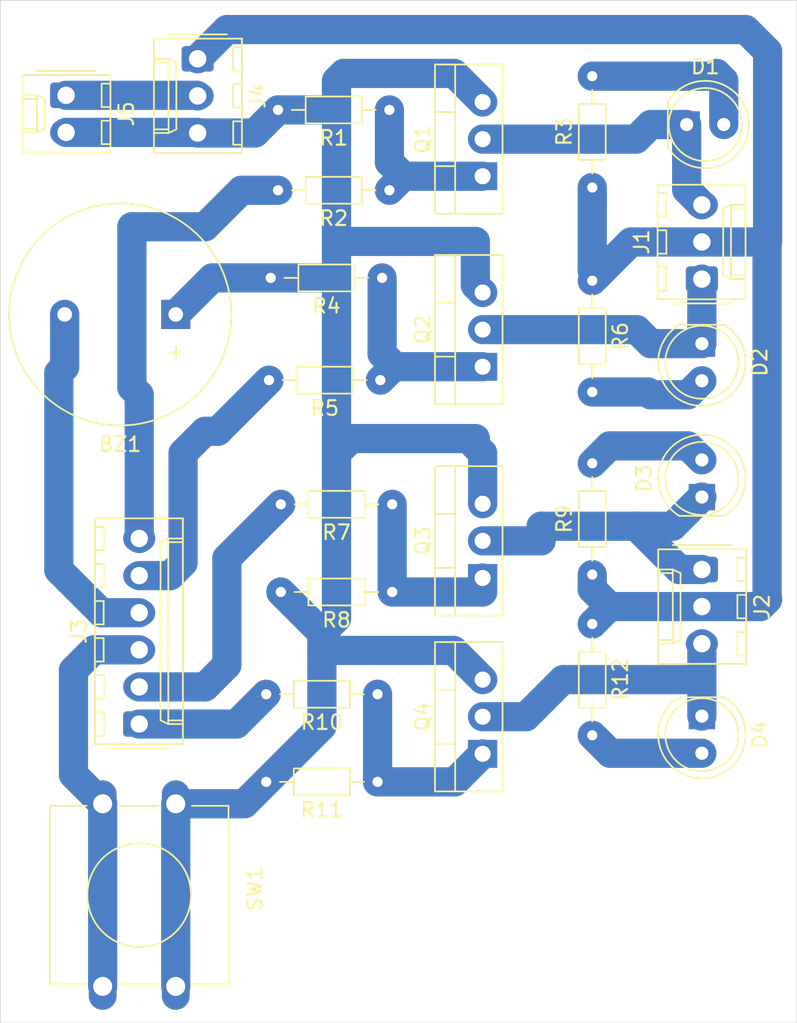
<source format=kicad_pcb>
(kicad_pcb (version 20241229) (generator "pcbnew") (generator_version "9.0")
  (layers (0 "F.Cu" signal) (2 "B.Cu" signal) (13 "F.Paste" user) (15 "B.Paste" user) (5 "F.SilkS" user "F.Silkscreen") (7 "B.SilkS" user "B.Silkscreen") (1 "F.Mask" user) (3 "B.Mask" user) (25 "Edge.Cuts" user))
  (net 0 "")
  (net 1 "/GND")
  (net 2 "Net-(BZ1--)")
  (net 3 "Net-(D1-K)")
  (net 4 "Net-(D1-A)")
  (net 5 "Net-(D2-K)")
  (net 6 "Net-(D2-A)")
  (net 7 "Net-(D3-A)")
  (net 8 "Net-(D3-K)")
  (net 9 "Net-(D4-K)")
  (net 10 "Net-(D4-A)")
  (net 11 "/+48V")
  (net 12 "Net-(J3-Pin_5)")
  (net 13 "Net-(J3-Pin_2)")
  (net 14 "Net-(J3-Pin_6)")
  (net 15 "/+3.3V")
  (net 16 "Net-(Q1-G)")
  (net 17 "Net-(Q2-G)")
  (net 18 "Net-(Q3-G)")
  (net 19 "Net-(Q4-G)")
  (net 20 "Net-(J3-Pin_1)")
  (net 21 "Net-(J3-Pin_3)")
  (footprint "LED_THT:LED_D5.0mm" (layer "F.Cu") (at 211 74.5 -90)
    (property "Reference" "D4" (at 1.27 -3.96 90) (layer "F.SilkS"))
    (property "Value" "LED")
    (fp_line (start -1.29 -1.545) (end -1.29 1.545) (stroke (width 0.12)) (layer "F.SilkS"))
    (fp_arc (start 4.26 0) (mid 2.071779 2.880495) (end -1.29 1.54483) (stroke (width 0.12)) (layer "F.SilkS"))
    (fp_arc (start -1.29 -1.54483) (mid 2.071779 -2.880495) (end 4.26 0) (stroke (width 0.12)) (layer "F.SilkS"))
    (fp_circle (center 1.27 0) (end 3.77 0) (stroke (width 0.12)) (fill no) (layer "F.SilkS"))
    (pad "1" thru_hole rect (at 0 0 270) (size 1.8 1.8) (drill 0.9) (layers "*.Cu" "*.Mask") (net 9 "Net-(D4-K)"))
    (pad "2" thru_hole circle (at 2.54 0 270) (size 1.8 1.8) (drill 0.9) (layers "*.Cu" "*.Mask") (net 10 "Net-(D4-A)"))
  )
  (footprint "Package_TO_SOT_THT:TO-220-3_Vertical" (layer "F.Cu") (at 196 65.04 90)
    (property "Reference" "Q3" (at 2.54 -4.1 90) (layer "F.SilkS"))
    (property "Value" "IRLZ34N")
    (fp_line (start 7.65 -3.26) (end 7.65 1.36) (stroke (width 0.12)) (layer "F.SilkS"))
    (fp_line (start 4.39 -3.26) (end 4.39 -1.88) (stroke (width 0.12)) (layer "F.SilkS"))
    (fp_line (start 0.69 -3.26) (end 0.69 -1.88) (stroke (width 0.12)) (layer "F.SilkS"))
    (fp_line (start -2.57 -3.26) (end 7.65 -3.26) (stroke (width 0.12)) (layer "F.SilkS"))
    (fp_line (start -2.57 -1.88) (end 7.65 -1.88) (stroke (width 0.12)) (layer "F.SilkS"))
    (fp_line (start 7.65 1.36) (end -2.57 1.36) (stroke (width 0.12)) (layer "F.SilkS"))
    (fp_line (start -2.57 1.36) (end -2.57 -3.26) (stroke (width 0.12)) (layer "F.SilkS"))
    (pad "1" thru_hole rect (at 0 0 90) (size 1.905 2) (drill 1.1) (layers "*.Cu" "*.Mask") (net 18 "Net-(Q3-G)"))
    (pad "2" thru_hole oval (at 2.54 0 90) (size 1.905 2) (drill 1.1) (layers "*.Cu" "*.Mask") (net 8 "Net-(D3-K)"))
    (pad "3" thru_hole oval (at 5.08 0 90) (size 1.905 2) (drill 1.1) (layers "*.Cu" "*.Mask") (net 1 "/GND"))
  )
  (footprint "Resistor_THT:R_Axial_DIN0204_L3.6mm_D1.6mm_P7.62mm_Horizontal" (layer "F.Cu") (at 188.81 79 180)
    (property "Reference" "R11" (at 3.81 -1.92 0) (layer "F.SilkS"))
    (property "Value" "10K")
    (fp_line (start 6.68 0) (end 5.73 0) (stroke (width 0.12)) (layer "F.SilkS"))
    (fp_line (start 0.94 0) (end 1.89 0) (stroke (width 0.12)) (layer "F.SilkS"))
    (fp_rect (start 1.89 -0.92) (end 5.73 0.92) (stroke (width 0.12)) (fill no) (layer "F.SilkS"))
    (pad "1" thru_hole circle (at 0 0 180) (size 1.4 1.4) (drill 0.7) (layers "*.Cu" "*.Mask") (net 19 "Net-(Q4-G)"))
    (pad "2" thru_hole circle (at 7.62 0 180) (size 1.4 1.4) (drill 0.7) (layers "*.Cu" "*.Mask") (net 1 "/GND"))
  )
  (footprint "Resistor_THT:R_Axial_DIN0204_L3.6mm_D1.6mm_P7.62mm_Horizontal" (layer "F.Cu") (at 189.62 33 180)
    (property "Reference" "R1" (at 3.81 -1.92 0) (layer "F.SilkS"))
    (property "Value" "10K")
    (fp_line (start 6.68 0) (end 5.73 0) (stroke (width 0.12)) (layer "F.SilkS"))
    (fp_line (start 0.94 0) (end 1.89 0) (stroke (width 0.12)) (layer "F.SilkS"))
    (fp_rect (start 1.89 -0.92) (end 5.73 0.92) (stroke (width 0.12)) (fill no) (layer "F.SilkS"))
    (pad "1" thru_hole circle (at 0 0 180) (size 1.4 1.4) (drill 0.7) (layers "*.Cu" "*.Mask") (net 16 "Net-(Q1-G)"))
    (pad "2" thru_hole circle (at 7.62 0 180) (size 1.4 1.4) (drill 0.7) (layers "*.Cu" "*.Mask") (net 1 "/GND"))
  )
  (footprint "LED_THT:LED_D5.0mm" (layer "F.Cu") (at 211 49 -90)
    (property "Reference" "D2" (at 1.27 -3.96 90) (layer "F.SilkS"))
    (property "Value" "LED")
    (fp_line (start -1.29 -1.545) (end -1.29 1.545) (stroke (width 0.12)) (layer "F.SilkS"))
    (fp_arc (start 4.26 0) (mid 2.071779 2.880495) (end -1.29 1.54483) (stroke (width 0.12)) (layer "F.SilkS"))
    (fp_arc (start -1.29 -1.54483) (mid 2.071779 -2.880495) (end 4.26 0) (stroke (width 0.12)) (layer "F.SilkS"))
    (fp_circle (center 1.27 0) (end 3.77 0) (stroke (width 0.12)) (fill no) (layer "F.SilkS"))
    (pad "1" thru_hole rect (at 0 0 270) (size 1.8 1.8) (drill 0.9) (layers "*.Cu" "*.Mask") (net 5 "Net-(D2-K)"))
    (pad "2" thru_hole circle (at 2.54 0 270) (size 1.8 1.8) (drill 0.9) (layers "*.Cu" "*.Mask") (net 6 "Net-(D2-A)"))
  )
  (footprint "Resistor_THT:R_Axial_DIN0204_L3.6mm_D1.6mm_P7.62mm_Horizontal" (layer "F.Cu") (at 188.81 73 180)
    (property "Reference" "R10" (at 3.81 -1.92 0) (layer "F.SilkS"))
    (property "Value" "100ohm")
    (fp_line (start 6.68 0) (end 5.73 0) (stroke (width 0.12)) (layer "F.SilkS"))
    (fp_line (start 0.94 0) (end 1.89 0) (stroke (width 0.12)) (layer "F.SilkS"))
    (fp_rect (start 1.89 -0.92) (end 5.73 0.92) (stroke (width 0.12)) (fill no) (layer "F.SilkS"))
    (pad "1" thru_hole circle (at 0 0 180) (size 1.4 1.4) (drill 0.7) (layers "*.Cu" "*.Mask") (net 19 "Net-(Q4-G)"))
    (pad "2" thru_hole circle (at 7.62 0 180) (size 1.4 1.4) (drill 0.7) (layers "*.Cu" "*.Mask") (net 20 "Net-(J3-Pin_1)"))
  )
  (footprint "Resistor_THT:R_Axial_DIN0204_L3.6mm_D1.6mm_P7.62mm_Horizontal" (layer "F.Cu") (at 203.5 44.69 -90)
    (property "Reference" "R6" (at 3.81 -1.92 90) (layer "F.SilkS"))
    (property "Value" "10K")
    (fp_line (start 0.94 0) (end 1.89 0) (stroke (width 0.12)) (layer "F.SilkS"))
    (fp_line (start 6.68 0) (end 5.73 0) (stroke (width 0.12)) (layer "F.SilkS"))
    (fp_rect (start 1.89 -0.92) (end 5.73 0.92) (stroke (width 0.12)) (fill no) (layer "F.SilkS"))
    (pad "1" thru_hole circle (at 0 0 270) (size 1.4 1.4) (drill 0.7) (layers "*.Cu" "*.Mask") (net 11 "/+48V"))
    (pad "2" thru_hole circle (at 7.62 0 270) (size 1.4 1.4) (drill 0.7) (layers "*.Cu" "*.Mask") (net 6 "Net-(D2-A)"))
  )
  (footprint "LED_THT:LED_D5.0mm" (layer "F.Cu") (at 211 59.5 90)
    (property "Reference" "D3" (at 1.27 -3.96 90) (layer "F.SilkS"))
    (property "Value" "LED")
    (fp_line (start -1.29 -1.545) (end -1.29 1.545) (stroke (width 0.12)) (layer "F.SilkS"))
    (fp_arc (start -1.29 -1.54483) (mid 2.071779 -2.880495) (end 4.26 0) (stroke (width 0.12)) (layer "F.SilkS"))
    (fp_arc (start 4.26 0) (mid 2.071779 2.880495) (end -1.29 1.54483) (stroke (width 0.12)) (layer "F.SilkS"))
    (fp_circle (center 1.27 0) (end 3.77 0) (stroke (width 0.12)) (fill no) (layer "F.SilkS"))
    (pad "1" thru_hole rect (at 0 0 90) (size 1.8 1.8) (drill 0.9) (layers "*.Cu" "*.Mask") (net 8 "Net-(D3-K)"))
    (pad "2" thru_hole circle (at 2.54 0 90) (size 1.8 1.8) (drill 0.9) (layers "*.Cu" "*.Mask") (net 7 "Net-(D3-A)"))
  )
  (footprint "Resistor_THT:R_Axial_DIN0204_L3.6mm_D1.6mm_P7.62mm_Horizontal" (layer "F.Cu") (at 203.5 38.31 90)
    (property "Reference" "R3" (at 3.81 -1.92 90) (layer "F.SilkS"))
    (property "Value" "10K")
    (fp_line (start 6.68 0) (end 5.73 0) (stroke (width 0.12)) (layer "F.SilkS"))
    (fp_line (start 0.94 0) (end 1.89 0) (stroke (width 0.12)) (layer "F.SilkS"))
    (fp_rect (start 1.89 -0.92) (end 5.73 0.92) (stroke (width 0.12)) (fill no) (layer "F.SilkS"))
    (pad "1" thru_hole circle (at 0 0 90) (size 1.4 1.4) (drill 0.7) (layers "*.Cu" "*.Mask") (net 11 "/+48V"))
    (pad "2" thru_hole circle (at 7.62 0 90) (size 1.4 1.4) (drill 0.7) (layers "*.Cu" "*.Mask") (net 4 "Net-(D1-A)"))
  )
  (footprint "Connector_Molex:Molex_KK-254_AE-6410-06A_1x06_P2.54mm_Vertical" (layer "F.Cu") (at 172.5 75.04 90)
    (property "Reference" "J3" (at 6.35 -4.12 90) (layer "F.SilkS"))
    (property "Value" "Conn_01x06")
    (fp_line (start 14.08 -3.03) (end -1.38 -3.03) (stroke (width 0.12)) (layer "F.SilkS"))
    (fp_line (start 11.9 -3.03) (end 11.9 -2.43) (stroke (width 0.12)) (layer "F.SilkS"))
    (fp_line (start 9.36 -3.03) (end 9.36 -2.43) (stroke (width 0.12)) (layer "F.SilkS"))
    (fp_line (start 6.82 -3.03) (end 6.82 -2.43) (stroke (width 0.12)) (layer "F.SilkS"))
    (fp_line (start 4.28 -3.03) (end 4.28 -2.43) (stroke (width 0.12)) (layer "F.SilkS"))
    (fp_line (start 1.74 -3.03) (end 1.74 -2.43) (stroke (width 0.12)) (layer "F.SilkS"))
    (fp_line (start -0.8 -3.03) (end -0.8 -2.43) (stroke (width 0.12)) (layer "F.SilkS"))
    (fp_line (start -1.38 -3.03) (end -1.38 2.99) (stroke (width 0.12)) (layer "F.SilkS"))
    (fp_line (start 13.5 -2.43) (end 13.5 -3.03) (stroke (width 0.12)) (layer "F.SilkS"))
    (fp_line (start 11.9 -2.43) (end 13.5 -2.43) (stroke (width 0.12)) (layer "F.SilkS"))
    (fp_line (start 10.96 -2.43) (end 10.96 -3.03) (stroke (width 0.12)) (layer "F.SilkS"))
    (fp_line (start 9.36 -2.43) (end 10.96 -2.43) (stroke (width 0.12)) (layer "F.SilkS"))
    (fp_line (start 8.42 -2.43) (end 8.42 -3.03) (stroke (width 0.12)) (layer "F.SilkS"))
    (fp_line (start 6.82 -2.43) (end 8.42 -2.43) (stroke (width 0.12)) (layer "F.SilkS"))
    (fp_line (start 5.88 -2.43) (end 5.88 -3.03) (stroke (width 0.12)) (layer "F.SilkS"))
    (fp_line (start 4.28 -2.43) (end 5.88 -2.43) (stroke (width 0.12)) (layer "F.SilkS"))
    (fp_line (start 3.34 -2.43) (end 3.34 -3.03) (stroke (width 0.12)) (layer "F.SilkS"))
    (fp_line (start 1.74 -2.43) (end 3.34 -2.43) (stroke (width 0.12)) (layer "F.SilkS"))
    (fp_line (start 0.8 -2.43) (end 0.8 -3.03) (stroke (width 0.12)) (layer "F.SilkS"))
    (fp_line (start -0.8 -2.43) (end 0.8 -2.43) (stroke (width 0.12)) (layer "F.SilkS"))
    (fp_line (start -1.67 -2) (end -1.67 2) (stroke (width 0.12)) (layer "F.SilkS"))
    (fp_line (start 12.45 1.46) (end 12.7 1.99) (stroke (width 0.12)) (layer "F.SilkS"))
    (fp_line (start 0.25 1.46) (end 12.45 1.46) (stroke (width 0.12)) (layer "F.SilkS"))
    (fp_line (start 12.7 1.99) (end 12.7 2.99) (stroke (width 0.12)) (layer "F.SilkS"))
    (fp_line (start 0 1.99) (end 0.25 1.46) (stroke (width 0.12)) (layer "F.SilkS"))
    (fp_line (start 0 1.99) (end 12.7 1.99) (stroke (width 0.12)) (layer "F.SilkS"))
    (fp_line (start 14.08 2.99) (end 14.08 -3.03) (stroke (width 0.12)) (layer "F.SilkS"))
    (fp_line (start 12.45 2.99) (end 12.45 1.99) (stroke (width 0.12)) (layer "F.SilkS"))
    (fp_line (start 0.25 2.99) (end 0.25 1.99) (stroke (width 0.12)) (layer "F.SilkS"))
    (fp_line (start 0 2.99) (end 0 1.99) (stroke (width 0.12)) (layer "F.SilkS"))
    (fp_line (start -1.38 2.99) (end 14.08 2.99) (stroke (width 0.12)) (layer "F.SilkS"))
    (pad "1" thru_hole roundrect (at 0 0 90) (size 1.74 2.19) (drill 1.19) (layers "*.Cu" "*.Mask") (roundrect_rratio 0.143678) (net 20 "Net-(J3-Pin_1)"))
    (pad "2" thru_hole oval (at 2.54 0 90) (size 1.74 2.19) (drill 1.19) (layers "*.Cu" "*.Mask") (net 13 "Net-(J3-Pin_2)"))
    (pad "3" thru_hole oval (at 5.08 0 90) (size 1.74 2.19) (drill 1.19) (layers "*.Cu" "*.Mask") (net 21 "Net-(J3-Pin_3)"))
    (pad "4" thru_hole oval (at 7.62 0 90) (size 1.74 2.19) (drill 1.19) (layers "*.Cu" "*.Mask") (net 2 "Net-(BZ1--)"))
    (pad "5" thru_hole oval (at 10.16 0 90) (size 1.74 2.19) (drill 1.19) (layers "*.Cu" "*.Mask") (net 12 "Net-(J3-Pin_5)"))
    (pad "6" thru_hole oval (at 12.7 0 90) (size 1.74 2.19) (drill 1.19) (layers "*.Cu" "*.Mask") (net 14 "Net-(J3-Pin_6)"))
  )
  (footprint "Button_Switch_THT:SW_PUSH-12mm" (layer "F.Cu") (at 175 80.5 -90)
    (property "Reference" "SW1" (at 5.83 -5.41 90) (layer "F.SilkS"))
    (property "Value" "SW_Push" (hide yes))
    (fp_line (start 12.36 8.61) (end 0.14 8.61) (stroke (width 0.12)) (layer "F.SilkS"))
    (fp_line (start 0.14 6.1) (end 0.14 8.61) (stroke (width 0.12)) (layer "F.SilkS"))
    (fp_line (start 12.36 6.1) (end 12.36 8.61) (stroke (width 0.12)) (layer "F.SilkS"))
    (fp_line (start 0.14 1.2) (end 0.14 3.8) (stroke (width 0.12)) (layer "F.SilkS"))
    (fp_line (start 12.36 1.2) (end 12.36 3.8) (stroke (width 0.12)) (layer "F.SilkS"))
    (fp_line (start 0.14 -3.61) (end 0.14 -1.1) (stroke (width 0.12)) (layer "F.SilkS"))
    (fp_line (start 0.14 -3.61) (end 12.36 -3.61) (stroke (width 0.12)) (layer "F.SilkS"))
    (fp_line (start 12.36 -3.61) (end 12.36 -1.1) (stroke (width 0.12)) (layer "F.SilkS"))
    (fp_circle (center 6.25 2.5) (end 9.8 2.5) (stroke (width 0.12)) (fill no) (layer "F.SilkS"))
    (pad "1" thru_hole oval (at 0 0 270) (size 3.2 1.9) (drill 1.3) (layers "*.Cu" "*.Mask") (net 1 "/GND"))
    (pad "1" thru_hole oval (at 12.5 0 270) (size 3.2 1.9) (drill 1.3) (layers "*.Cu" "*.Mask") (net 1 "/GND"))
    (pad "2" thru_hole oval (at 0 5 270) (size 3.2 1.9) (drill 1.3) (layers "*.Cu" "*.Mask") (net 21 "Net-(J3-Pin_3)"))
    (pad "2" thru_hole oval (at 12.5 5 270) (size 3.2 1.9) (drill 1.3) (layers "*.Cu" "*.Mask") (net 21 "Net-(J3-Pin_3)"))
  )
  (footprint "Buzzer_Beeper:Buzzer_15x7.5RM7.6" (layer "F.Cu") (at 175 47 180)
    (property "Reference" "BZ1" (at 3.81 -8.89 0) (layer "F.SilkS"))
    (property "Value" "Buzzer")
    (fp_circle (center 3.8 0) (end 11.4 0) (stroke (width 0.12)) (fill no) (layer "F.SilkS"))
    (fp_text user "+" (at -0.01 -2.54 0) (layer "F.SilkS"))
    (pad "1" thru_hole rect (at 0 0 180) (size 2 2) (drill 1) (layers "*.Cu" "*.Mask") (net 1 "/GND"))
    (pad "2" thru_hole circle (at 7.6 0 180) (size 2 2) (drill 1) (layers "*.Cu" "*.Mask") (net 2 "Net-(BZ1--)"))
  )
  (footprint "Package_TO_SOT_THT:TO-220-3_Vertical" (layer "F.Cu") (at 196 77.08 90)
    (property "Reference" "Q4" (at 2.54 -4.1 90) (layer "F.SilkS"))
    (property "Value" "IRLZ34N")
    (fp_line (start 7.65 -3.26) (end 7.65 1.36) (stroke (width 0.12)) (layer "F.SilkS"))
    (fp_line (start 4.39 -3.26) (end 4.39 -1.88) (stroke (width 0.12)) (layer "F.SilkS"))
    (fp_line (start 0.69 -3.26) (end 0.69 -1.88) (stroke (width 0.12)) (layer "F.SilkS"))
    (fp_line (start -2.57 -3.26) (end 7.65 -3.26) (stroke (width 0.12)) (layer "F.SilkS"))
    (fp_line (start -2.57 -1.88) (end 7.65 -1.88) (stroke (width 0.12)) (layer "F.SilkS"))
    (fp_line (start 7.65 1.36) (end -2.57 1.36) (stroke (width 0.12)) (layer "F.SilkS"))
    (fp_line (start -2.57 1.36) (end -2.57 -3.26) (stroke (width 0.12)) (layer "F.SilkS"))
    (pad "1" thru_hole rect (at 0 0 90) (size 1.905 2) (drill 1.1) (layers "*.Cu" "*.Mask") (net 19 "Net-(Q4-G)"))
    (pad "2" thru_hole oval (at 2.54 0 90) (size 1.905 2) (drill 1.1) (layers "*.Cu" "*.Mask") (net 9 "Net-(D4-K)"))
    (pad "3" thru_hole oval (at 5.08 0 90) (size 1.905 2) (drill 1.1) (layers "*.Cu" "*.Mask") (net 1 "/GND"))
  )
  (footprint "Connector_Molex:Molex_KK-254_AE-6410-03A_1x03_P2.54mm_Vertical" (layer "F.Cu") (at 176.5 29.5 -90)
    (property "Reference" "J4" (at 2.54 -4.12 90) (layer "F.SilkS"))
    (property "Value" "Conn_01x03")
    (fp_line (start -1.38 2.99) (end 6.46 2.99) (stroke (width 0.12)) (layer "F.SilkS"))
    (fp_line (start 0 2.99) (end 0 1.99) (stroke (width 0.12)) (layer "F.SilkS"))
    (fp_line (start 0.25 2.99) (end 0.25 1.99) (stroke (width 0.12)) (layer "F.SilkS"))
    (fp_line (start 4.83 2.99) (end 4.83 1.99) (stroke (width 0.12)) (layer "F.SilkS"))
    (fp_line (start 6.46 2.99) (end 6.46 -3.03) (stroke (width 0.12)) (layer "F.SilkS"))
    (fp_line (start 0 1.99) (end 5.08 1.99) (stroke (width 0.12)) (layer "F.SilkS"))
    (fp_line (start 0 1.99) (end 0.25 1.46) (stroke (width 0.12)) (layer "F.SilkS"))
    (fp_line (start 5.08 1.99) (end 5.08 2.99) (stroke (width 0.12)) (layer "F.SilkS"))
    (fp_line (start 0.25 1.46) (end 4.83 1.46) (stroke (width 0.12)) (layer "F.SilkS"))
    (fp_line (start 4.83 1.46) (end 5.08 1.99) (stroke (width 0.12)) (layer "F.SilkS"))
    (fp_line (start -1.67 -2) (end -1.67 2) (stroke (width 0.12)) (layer "F.SilkS"))
    (fp_line (start -0.8 -2.43) (end 0.8 -2.43) (stroke (width 0.12)) (layer "F.SilkS"))
    (fp_line (start 0.8 -2.43) (end 0.8 -3.03) (stroke (width 0.12)) (layer "F.SilkS"))
    (fp_line (start 1.74 -2.43) (end 3.34 -2.43) (stroke (width 0.12)) (layer "F.SilkS"))
    (fp_line (start 3.34 -2.43) (end 3.34 -3.03) (stroke (width 0.12)) (layer "F.SilkS"))
    (fp_line (start 4.28 -2.43) (end 5.88 -2.43) (stroke (width 0.12)) (layer "F.SilkS"))
    (fp_line (start 5.88 -2.43) (end 5.88 -3.03) (stroke (width 0.12)) (layer "F.SilkS"))
    (fp_line (start -1.38 -3.03) (end -1.38 2.99) (stroke (width 0.12)) (layer "F.SilkS"))
    (fp_line (start -0.8 -3.03) (end -0.8 -2.43) (stroke (width 0.12)) (layer "F.SilkS"))
    (fp_line (start 1.74 -3.03) (end 1.74 -2.43) (stroke (width 0.12)) (layer "F.SilkS"))
    (fp_line (start 4.28 -3.03) (end 4.28 -2.43) (stroke (width 0.12)) (layer "F.SilkS"))
    (fp_line (start 6.46 -3.03) (end -1.38 -3.03) (stroke (width 0.12)) (layer "F.SilkS"))
    (pad "1" thru_hole roundrect (at 0 0 270) (size 1.74 2.19) (drill 1.19) (layers "*.Cu" "*.Mask") (roundrect_rratio 0.143678) (net 11 "/+48V"))
    (pad "2" thru_hole oval (at 2.54 0 270) (size 1.74 2.19) (drill 1.19) (layers "*.Cu" "*.Mask") (net 15 "/+3.3V"))
    (pad "3" thru_hole oval (at 5.08 0 270) (size 1.74 2.19) (drill 1.19) (layers "*.Cu" "*.Mask") (net 1 "/GND"))
  )
  (footprint "Resistor_THT:R_Axial_DIN0204_L3.6mm_D1.6mm_P7.62mm_Horizontal" (layer "F.Cu") (at 189.62 38.5 180)
    (property "Reference" "R2" (at 3.81 -1.92 0) (layer "F.SilkS"))
    (property "Value" "100ohm")
    (fp_line (start 6.68 0) (end 5.73 0) (stroke (width 0.12)) (layer "F.SilkS"))
    (fp_line (start 0.94 0) (end 1.89 0) (stroke (width 0.12)) (layer "F.SilkS"))
    (fp_rect (start 1.89 -0.92) (end 5.73 0.92) (stroke (width 0.12)) (fill no) (layer "F.SilkS"))
    (pad "1" thru_hole circle (at 0 0 180) (size 1.4 1.4) (drill 0.7) (layers "*.Cu" "*.Mask") (net 16 "Net-(Q1-G)"))
    (pad "2" thru_hole circle (at 7.62 0 180) (size 1.4 1.4) (drill 0.7) (layers "*.Cu" "*.Mask") (net 14 "Net-(J3-Pin_6)"))
  )
  (footprint "Package_TO_SOT_THT:TO-220-3_Vertical" (layer "F.Cu") (at 196 50.58 90)
    (property "Reference" "Q2" (at 2.54 -4.1 90) (layer "F.SilkS"))
    (property "Value" "IRLZ34N")
    (fp_line (start 7.65 -3.26) (end 7.65 1.36) (stroke (width 0.12)) (layer "F.SilkS"))
    (fp_line (start 4.39 -3.26) (end 4.39 -1.88) (stroke (width 0.12)) (layer "F.SilkS"))
    (fp_line (start 0.69 -3.26) (end 0.69 -1.88) (stroke (width 0.12)) (layer "F.SilkS"))
    (fp_line (start -2.57 -3.26) (end 7.65 -3.26) (stroke (width 0.12)) (layer "F.SilkS"))
    (fp_line (start -2.57 -1.88) (end 7.65 -1.88) (stroke (width 0.12)) (layer "F.SilkS"))
    (fp_line (start 7.65 1.36) (end -2.57 1.36) (stroke (width 0.12)) (layer "F.SilkS"))
    (fp_line (start -2.57 1.36) (end -2.57 -3.26) (stroke (width 0.12)) (layer "F.SilkS"))
    (pad "1" thru_hole rect (at 0 0 90) (size 1.905 2) (drill 1.1) (layers "*.Cu" "*.Mask") (net 17 "Net-(Q2-G)"))
    (pad "2" thru_hole oval (at 2.54 0 90) (size 1.905 2) (drill 1.1) (layers "*.Cu" "*.Mask") (net 5 "Net-(D2-K)"))
    (pad "3" thru_hole oval (at 5.08 0 90) (size 1.905 2) (drill 1.1) (layers "*.Cu" "*.Mask") (net 1 "/GND"))
  )
  (footprint "Connector_Molex:Molex_KK-254_AE-6410-03A_1x03_P2.54mm_Vertical" (layer "F.Cu") (at 211 64.46 -90)
    (property "Reference" "J2" (at 2.54 -4.12 90) (layer "F.SilkS"))
    (property "Value" "Conn_01x03")
    (fp_line (start -1.38 2.99) (end 6.46 2.99) (stroke (width 0.12)) (layer "F.SilkS"))
    (fp_line (start 0 2.99) (end 0 1.99) (stroke (width 0.12)) (layer "F.SilkS"))
    (fp_line (start 0.25 2.99) (end 0.25 1.99) (stroke (width 0.12)) (layer "F.SilkS"))
    (fp_line (start 4.83 2.99) (end 4.83 1.99) (stroke (width 0.12)) (layer "F.SilkS"))
    (fp_line (start 6.46 2.99) (end 6.46 -3.03) (stroke (width 0.12)) (layer "F.SilkS"))
    (fp_line (start 0 1.99) (end 5.08 1.99) (stroke (width 0.12)) (layer "F.SilkS"))
    (fp_line (start 0 1.99) (end 0.25 1.46) (stroke (width 0.12)) (layer "F.SilkS"))
    (fp_line (start 5.08 1.99) (end 5.08 2.99) (stroke (width 0.12)) (layer "F.SilkS"))
    (fp_line (start 0.25 1.46) (end 4.83 1.46) (stroke (width 0.12)) (layer "F.SilkS"))
    (fp_line (start 4.83 1.46) (end 5.08 1.99) (stroke (width 0.12)) (layer "F.SilkS"))
    (fp_line (start -1.67 -2) (end -1.67 2) (stroke (width 0.12)) (layer "F.SilkS"))
    (fp_line (start -0.8 -2.43) (end 0.8 -2.43) (stroke (width 0.12)) (layer "F.SilkS"))
    (fp_line (start 0.8 -2.43) (end 0.8 -3.03) (stroke (width 0.12)) (layer "F.SilkS"))
    (fp_line (start 1.74 -2.43) (end 3.34 -2.43) (stroke (width 0.12)) (layer "F.SilkS"))
    (fp_line (start 3.34 -2.43) (end 3.34 -3.03) (stroke (width 0.12)) (layer "F.SilkS"))
    (fp_line (start 4.28 -2.43) (end 5.88 -2.43) (stroke (width 0.12)) (layer "F.SilkS"))
    (fp_line (start 5.88 -2.43) (end 5.88 -3.03) (stroke (width 0.12)) (layer "F.SilkS"))
    (fp_line (start -1.38 -3.03) (end -1.38 2.99) (stroke (width 0.12)) (layer "F.SilkS"))
    (fp_line (start -0.8 -3.03) (end -0.8 -2.43) (stroke (width 0.12)) (layer "F.SilkS"))
    (fp_line (start 1.74 -3.03) (end 1.74 -2.43) (stroke (width 0.12)) (layer "F.SilkS"))
    (fp_line (start 4.28 -3.03) (end 4.28 -2.43) (stroke (width 0.12)) (layer "F.SilkS"))
    (fp_line (start 6.46 -3.03) (end -1.38 -3.03) (stroke (width 0.12)) (layer "F.SilkS"))
    (pad "1" thru_hole roundrect (at 0 0 270) (size 1.74 2.19) (drill 1.19) (layers "*.Cu" "*.Mask") (roundrect_rratio 0.143678) (net 8 "Net-(D3-K)"))
    (pad "2" thru_hole oval (at 2.54 0 270) (size 1.74 2.19) (drill 1.19) (layers "*.Cu" "*.Mask") (net 11 "/+48V"))
    (pad "3" thru_hole oval (at 5.08 0 270) (size 1.74 2.19) (drill 1.19) (layers "*.Cu" "*.Mask") (net 9 "Net-(D4-K)"))
  )
  (footprint "Connector_Molex:Molex_KK-254_AE-6410-03A_1x03_P2.54mm_Vertical" (layer "F.Cu") (at 211 44.58 90)
    (property "Reference" "J1" (at 2.54 -4.12 90) (layer "F.SilkS"))
    (property "Value" "Conn_01x03")
    (fp_line (start 6.46 -3.03) (end -1.38 -3.03) (stroke (width 0.12)) (layer "F.SilkS"))
    (fp_line (start 4.28 -3.03) (end 4.28 -2.43) (stroke (width 0.12)) (layer "F.SilkS"))
    (fp_line (start 1.74 -3.03) (end 1.74 -2.43) (stroke (width 0.12)) (layer "F.SilkS"))
    (fp_line (start -0.8 -3.03) (end -0.8 -2.43) (stroke (width 0.12)) (layer "F.SilkS"))
    (fp_line (start -1.38 -3.03) (end -1.38 2.99) (stroke (width 0.12)) (layer "F.SilkS"))
    (fp_line (start 5.88 -2.43) (end 5.88 -3.03) (stroke (width 0.12)) (layer "F.SilkS"))
    (fp_line (start 4.28 -2.43) (end 5.88 -2.43) (stroke (width 0.12)) (layer "F.SilkS"))
    (fp_line (start 3.34 -2.43) (end 3.34 -3.03) (stroke (width 0.12)) (layer "F.SilkS"))
    (fp_line (start 1.74 -2.43) (end 3.34 -2.43) (stroke (width 0.12)) (layer "F.SilkS"))
    (fp_line (start 0.8 -2.43) (end 0.8 -3.03) (stroke (width 0.12)) (layer "F.SilkS"))
    (fp_line (start -0.8 -2.43) (end 0.8 -2.43) (stroke (width 0.12)) (layer "F.SilkS"))
    (fp_line (start -1.67 -2) (end -1.67 2) (stroke (width 0.12)) (layer "F.SilkS"))
    (fp_line (start 4.83 1.46) (end 5.08 1.99) (stroke (width 0.12)) (layer "F.SilkS"))
    (fp_line (start 0.25 1.46) (end 4.83 1.46) (stroke (width 0.12)) (layer "F.SilkS"))
    (fp_line (start 5.08 1.99) (end 5.08 2.99) (stroke (width 0.12)) (layer "F.SilkS"))
    (fp_line (start 0 1.99) (end 0.25 1.46) (stroke (width 0.12)) (layer "F.SilkS"))
    (fp_line (start 0 1.99) (end 5.08 1.99) (stroke (width 0.12)) (layer "F.SilkS"))
    (fp_line (start 6.46 2.99) (end 6.46 -3.03) (stroke (width 0.12)) (layer "F.SilkS"))
    (fp_line (start 4.83 2.99) (end 4.83 1.99) (stroke (width 0.12)) (layer "F.SilkS"))
    (fp_line (start 0.25 2.99) (end 0.25 1.99) (stroke (width 0.12)) (layer "F.SilkS"))
    (fp_line (start 0 2.99) (end 0 1.99) (stroke (width 0.12)) (layer "F.SilkS"))
    (fp_line (start -1.38 2.99) (end 6.46 2.99) (stroke (width 0.12)) (layer "F.SilkS"))
    (pad "1" thru_hole roundrect (at 0 0 90) (size 1.74 2.19) (drill 1.19) (layers "*.Cu" "*.Mask") (roundrect_rratio 0.143678) (net 5 "Net-(D2-K)"))
    (pad "2" thru_hole oval (at 2.54 0 90) (size 1.74 2.19) (drill 1.19) (layers "*.Cu" "*.Mask") (net 11 "/+48V"))
    (pad "3" thru_hole oval (at 5.08 0 90) (size 1.74 2.19) (drill 1.19) (layers "*.Cu" "*.Mask") (net 3 "Net-(D1-K)"))
  )
  (footprint "Resistor_THT:R_Axial_DIN0204_L3.6mm_D1.6mm_P7.62mm_Horizontal" (layer "F.Cu") (at 203.5 64.81 90)
    (property "Reference" "R9" (at 3.81 -1.92 90) (layer "F.SilkS"))
    (property "Value" "10K")
    (fp_line (start 6.68 0) (end 5.73 0) (stroke (width 0.12)) (layer "F.SilkS"))
    (fp_line (start 0.94 0) (end 1.89 0) (stroke (width 0.12)) (layer "F.SilkS"))
    (fp_rect (start 1.89 -0.92) (end 5.73 0.92) (stroke (width 0.12)) (fill no) (layer "F.SilkS"))
    (pad "1" thru_hole circle (at 0 0 90) (size 1.4 1.4) (drill 0.7) (layers "*.Cu" "*.Mask") (net 11 "/+48V"))
    (pad "2" thru_hole circle (at 7.62 0 90) (size 1.4 1.4) (drill 0.7) (layers "*.Cu" "*.Mask") (net 7 "Net-(D3-A)"))
  )
  (footprint "Connector_Molex:Molex_KK-254_AE-6410-02A_1x02_P2.54mm_Vertical" (layer "F.Cu") (at 167.5 32 -90)
    (property "Reference" "J5" (at 1.27 -4.12 90) (layer "F.SilkS"))
    (property "Value" "Conn_01x02" (hide yes))
    (fp_line (start -1.38 2.99) (end 3.92 2.99) (stroke (width 0.12)) (layer "F.SilkS"))
    (fp_line (start 0 2.99) (end 0 1.99) (stroke (width 0.12)) (layer "F.SilkS"))
    (fp_line (start 0.25 2.99) (end 0.25 1.99) (stroke (width 0.12)) (layer "F.SilkS"))
    (fp_line (start 2.29 2.99) (end 2.29 1.99) (stroke (width 0.12)) (layer "F.SilkS"))
    (fp_line (start 3.92 2.99) (end 3.92 -3.03) (stroke (width 0.12)) (layer "F.SilkS"))
    (fp_line (start 0 1.99) (end 2.54 1.99) (stroke (width 0.12)) (layer "F.SilkS"))
    (fp_line (start 0 1.99) (end 0.25 1.46) (stroke (width 0.12)) (layer "F.SilkS"))
    (fp_line (start 2.54 1.99) (end 2.54 2.99) (stroke (width 0.12)) (layer "F.SilkS"))
    (fp_line (start 0.25 1.46) (end 2.29 1.46) (stroke (width 0.12)) (layer "F.SilkS"))
    (fp_line (start 2.29 1.46) (end 2.54 1.99) (stroke (width 0.12)) (layer "F.SilkS"))
    (fp_line (start -1.67 -2) (end -1.67 2) (stroke (width 0.12)) (layer "F.SilkS"))
    (fp_line (start -0.8 -2.43) (end 0.8 -2.43) (stroke (width 0.12)) (layer "F.SilkS"))
    (fp_line (start 0.8 -2.43) (end 0.8 -3.03) (stroke (width 0.12)) (layer "F.SilkS"))
    (fp_line (start 1.74 -2.43) (end 3.34 -2.43) (stroke (width 0.12)) (layer "F.SilkS"))
    (fp_line (start 3.34 -2.43) (end 3.34 -3.03) (stroke (width 0.12)) (layer "F.SilkS"))
    (fp_line (start -1.38 -3.03) (end -1.38 2.99) (stroke (width 0.12)) (layer "F.SilkS"))
    (fp_line (start -0.8 -3.03) (end -0.8 -2.43) (stroke (width 0.12)) (layer "F.SilkS"))
    (fp_line (start 1.74 -3.03) (end 1.74 -2.43) (stroke (width 0.12)) (layer "F.SilkS"))
    (fp_line (start 3.92 -3.03) (end -1.38 -3.03) (stroke (width 0.12)) (layer "F.SilkS"))
    (pad "1" thru_hole roundrect (at 0 0 270) (size 1.74 2.19) (drill 1.19) (layers "*.Cu" "*.Mask") (roundrect_rratio 0.143678) (net 15 "/+3.3V"))
    (pad "2" thru_hole oval (at 2.54 0 270) (size 1.74 2.19) (drill 1.19) (layers "*.Cu" "*.Mask") (net 1 "/GND"))
  )
  (footprint "Resistor_THT:R_Axial_DIN0204_L3.6mm_D1.6mm_P7.62mm_Horizontal" (layer "F.Cu") (at 189.12 44.5 180)
    (property "Reference" "R4" (at 3.81 -1.92 0) (layer "F.SilkS"))
    (property "Value" "10K")
    (fp_line (start 6.68 0) (end 5.73 0) (stroke (width 0.12)) (layer "F.SilkS"))
    (fp_line (start 0.94 0) (end 1.89 0) (stroke (width 0.12)) (layer "F.SilkS"))
    (fp_rect (start 1.89 -0.92) (end 5.73 0.92) (stroke (width 0.12)) (fill no) (layer "F.SilkS"))
    (pad "1" thru_hole circle (at 0 0 180) (size 1.4 1.4) (drill 0.7) (layers "*.Cu" "*.Mask") (net 17 "Net-(Q2-G)"))
    (pad "2" thru_hole circle (at 7.62 0 180) (size 1.4 1.4) (drill 0.7) (layers "*.Cu" "*.Mask") (net 1 "/GND"))
  )
  (footprint "Resistor_THT:R_Axial_DIN0204_L3.6mm_D1.6mm_P7.62mm_Horizontal" (layer "F.Cu") (at 189 51.5 180)
    (property "Reference" "R5" (at 3.81 -1.92 0) (layer "F.SilkS"))
    (property "Value" "100ohm")
    (fp_line (start 6.68 0) (end 5.73 0) (stroke (width 0.12)) (layer "F.SilkS"))
    (fp_line (start 0.94 0) (end 1.89 0) (stroke (width 0.12)) (layer "F.SilkS"))
    (fp_rect (start 1.89 -0.92) (end 5.73 0.92) (stroke (width 0.12)) (fill no) (layer "F.SilkS"))
    (pad "1" thru_hole circle (at 0 0 180) (size 1.4 1.4) (drill 0.7) (layers "*.Cu" "*.Mask") (net 17 "Net-(Q2-G)"))
    (pad "2" thru_hole circle (at 7.62 0 180) (size 1.4 1.4) (drill 0.7) (layers "*.Cu" "*.Mask") (net 12 "Net-(J3-Pin_5)"))
  )
  (footprint "LED_THT:LED_D5.0mm" (layer "F.Cu") (at 209.96 34)
    (property "Reference" "D1" (at 1.27 -3.96 0) (layer "F.SilkS"))
    (property "Value" "LED")
    (fp_line (start -1.29 -1.545) (end -1.29 1.545) (stroke (width 0.12)) (layer "F.SilkS"))
    (fp_arc (start -1.29 -1.54483) (mid 2.071779 -2.880495) (end 4.26 0) (stroke (width 0.12)) (layer "F.SilkS"))
    (fp_arc (start 4.26 0) (mid 2.071779 2.880495) (end -1.29 1.54483) (stroke (width 0.12)) (layer "F.SilkS"))
    (fp_circle (center 1.27 0) (end 3.77 0) (stroke (width 0.12)) (fill no) (layer "F.SilkS"))
    (pad "1" thru_hole rect (at 0 0) (size 1.8 1.8) (drill 0.9) (layers "*.Cu" "*.Mask") (net 3 "Net-(D1-K)"))
    (pad "2" thru_hole circle (at 2.54 0) (size 1.8 1.8) (drill 0.9) (layers "*.Cu" "*.Mask") (net 4 "Net-(D1-A)"))
  )
  (footprint "Resistor_THT:R_Axial_DIN0204_L3.6mm_D1.6mm_P7.62mm_Horizontal" (layer "F.Cu") (at 189.81 66 180)
    (property "Reference" "R8" (at 3.81 -1.92 0) (layer "F.SilkS"))
    (property "Value" "10K")
    (fp_line (start 6.68 0) (end 5.73 0) (stroke (width 0.12)) (layer "F.SilkS"))
    (fp_line (start 0.94 0) (end 1.89 0) (stroke (width 0.12)) (layer "F.SilkS"))
    (fp_rect (start 1.89 -0.92) (end 5.73 0.92) (stroke (width 0.12)) (fill no) (layer "F.SilkS"))
    (pad "1" thru_hole circle (at 0 0 180) (size 1.4 1.4) (drill 0.7) (layers "*.Cu" "*.Mask") (net 18 "Net-(Q3-G)"))
    (pad "2" thru_hole circle (at 7.62 0 180) (size 1.4 1.4) (drill 0.7) (layers "*.Cu" "*.Mask") (net 1 "/GND"))
  )
  (footprint "Resistor_THT:R_Axial_DIN0204_L3.6mm_D1.6mm_P7.62mm_Horizontal" (layer "F.Cu") (at 203.5 68.19 -90)
    (property "Reference" "R12" (at 3.81 -1.92 90) (layer "F.SilkS"))
    (property "Value" "10K")
    (fp_line (start 0.94 0) (end 1.89 0) (stroke (width 0.12)) (layer "F.SilkS"))
    (fp_line (start 6.68 0) (end 5.73 0) (stroke (width 0.12)) (layer "F.SilkS"))
    (fp_rect (start 1.89 -0.92) (end 5.73 0.92) (stroke (width 0.12)) (fill no) (layer "F.SilkS"))
    (pad "1" thru_hole circle (at 0 0 270) (size 1.4 1.4) (drill 0.7) (layers "*.Cu" "*.Mask") (net 11 "/+48V"))
    (pad "2" thru_hole circle (at 7.62 0 270) (size 1.4 1.4) (drill 0.7) (layers "*.Cu" "*.Mask") (net 10 "Net-(D4-A)"))
  )
  (footprint "Resistor_THT:R_Axial_DIN0204_L3.6mm_D1.6mm_P7.62mm_Horizontal" (layer "F.Cu") (at 189.81 60 180)
    (property "Reference" "R7" (at 3.81 -1.92 0) (layer "F.SilkS"))
    (property "Value" "100ohm")
    (fp_line (start 6.68 0) (end 5.73 0) (stroke (width 0.12)) (layer "F.SilkS"))
    (fp_line (start 0.94 0) (end 1.89 0) (stroke (width 0.12)) (layer "F.SilkS"))
    (fp_rect (start 1.89 -0.92) (end 5.73 0.92) (stroke (width 0.12)) (fill no) (layer "F.SilkS"))
    (pad "1" thru_hole circle (at 0 0 180) (size 1.4 1.4) (drill 0.7) (layers "*.Cu" "*.Mask") (net 18 "Net-(Q3-G)"))
    (pad "2" thru_hole circle (at 7.62 0 180) (size 1.4 1.4) (drill 0.7) (layers "*.Cu" "*.Mask") (net 13 "Net-(J3-Pin_2)"))
  )
  (footprint "Package_TO_SOT_THT:TO-220-3_Vertical" (layer "F.Cu") (at 196 37.54 90)
    (property "Reference" "Q1" (at 2.54 -4.1 90) (layer "F.SilkS"))
    (property "Value" "IRLZ34N")
    (fp_line (start 7.65 -3.26) (end 7.65 1.36) (stroke (width 0.12)) (layer "F.SilkS"))
    (fp_line (start 4.39 -3.26) (end 4.39 -1.88) (stroke (width 0.12)) (layer "F.SilkS"))
    (fp_line (start 0.69 -3.26) (end 0.69 -1.88) (stroke (width 0.12)) (layer "F.SilkS"))
    (fp_line (start -2.57 -3.26) (end 7.65 -3.26) (stroke (width 0.12)) (layer "F.SilkS"))
    (fp_line (start -2.57 -1.88) (end 7.65 -1.88) (stroke (width 0.12)) (layer "F.SilkS"))
    (fp_line (start 7.65 1.36) (end -2.57 1.36) (stroke (width 0.12)) (layer "F.SilkS"))
    (fp_line (start -2.57 1.36) (end -2.57 -3.26) (stroke (width 0.12)) (layer "F.SilkS"))
    (pad "1" thru_hole rect (at 0 0 90) (size 1.905 2) (drill 1.1) (layers "*.Cu" "*.Mask") (net 16 "Net-(Q1-G)"))
    (pad "2" thru_hole oval (at 2.54 0 90) (size 1.905 2) (drill 1.1) (layers "*.Cu" "*.Mask") (net 3 "Net-(D1-K)"))
    (pad "3" thru_hole oval (at 5.08 0 90) (size 1.905 2) (drill 1.1) (layers "*.Cu" "*.Mask") (net 1 "/GND"))
  )
  (gr_rect (start 163 25.5) (end 217.5 95.5) (stroke (width 0.05)) (fill no) (layer "Edge.Cuts"))
  (segment (start 194.04 30.5) (end 196 32.46) (width 2) (layer "B.Cu") (net 1))
  (segment (start 195.5 42) (end 195.5 45) (width 2) (layer "B.Cu") (net 1))
  (segment (start 167.5 34.54) (end 176.46 34.54) (width 2) (layer "B.Cu") (net 1))
  (segment (start 175 93) (end 175 80.5) (width 2) (layer "B.Cu") (net 1))
  (segment (start 182 33) (end 186 33) (width 2) (layer "B.Cu") (net 1))
  (segment (start 181.5 44.5) (end 177.5 44.5) (width 2) (layer "B.Cu") (net 1))
  (segment (start 195.5 45) (end 196 45.5) (width 2) (layer "B.Cu") (net 1))
  (segment (start 195.5 56) (end 196 56.5) (width 2) (layer "B.Cu") (net 1))
  (segment (start 176.5 34.58) (end 180.42 34.58) (width 2) (layer "B.Cu") (net 1))
  (segment (start 186 44.5) (end 186 42) (width 2) (layer "B.Cu") (net 1))
  (segment (start 186.5 30.5) (end 194.04 30.5) (width 2) (layer "B.Cu") (net 1))
  (segment (start 196 56.5) (end 196 59.96) (width 2) (layer "B.Cu") (net 1))
  (segment (start 194 70) (end 185 70) (width 2) (layer "B.Cu") (net 1))
  (segment (start 186 42) (end 195.5 42) (width 2) (layer "B.Cu") (net 1))
  (segment (start 185 70) (end 185 75.19) (width 2) (layer "B.Cu") (net 1))
  (segment (start 176.46 34.54) (end 176.5 34.58) (width 2) (layer "B.Cu") (net 1))
  (segment (start 195.5 55.5) (end 195.5 56) (width 2) (layer "B.Cu") (net 1))
  (segment (start 185 68.81) (end 185 70) (width 2) (layer "B.Cu") (net 1))
  (segment (start 186 33) (end 186 31) (width 2) (layer "B.Cu") (net 1))
  (segment (start 181.5 44.5) (end 186 44.5) (width 2) (layer "B.Cu") (net 1))
  (segment (start 185 68.81) (end 186 67.81) (width 2) (layer "B.Cu") (net 1))
  (segment (start 186 42) (end 186 33) (width 2) (layer "B.Cu") (net 1))
  (segment (start 185 75.19) (end 181.19 79) (width 2) (layer "B.Cu") (net 1))
  (segment (start 177.5 44.5) (end 175 47) (width 2) (layer "B.Cu") (net 1))
  (segment (start 196 72) (end 194 70) (width 2) (layer "B.Cu") (net 1))
  (segment (start 186 67.81) (end 186 56.5) (width 2) (layer "B.Cu") (net 1))
  (segment (start 186 56.5) (end 186 44.5) (width 2) (layer "B.Cu") (net 1))
  (segment (start 180.42 34.58) (end 182 33) (width 2) (layer "B.Cu") (net 1))
  (segment (start 186 31) (end 186.5 30.5) (width 2) (layer "B.Cu") (net 1))
  (segment (start 186 56.5) (end 187 55.5) (width 2) (layer "B.Cu") (net 1))
  (segment (start 187 55.5) (end 195.5 55.5) (width 2) (layer "B.Cu") (net 1))
  (segment (start 182.19 66) (end 185 68.81) (width 2) (layer "B.Cu") (net 1))
  (segment (start 179.69 80.5) (end 181.19 79) (width 2) (layer "B.Cu") (net 1))
  (segment (start 175 80.5) (end 179.69 80.5) (width 2) (layer "B.Cu") (net 1))
  (segment (start 167 64.5) (end 167 51) (width 2) (layer "B.Cu") (net 2))
  (segment (start 167.4 50.6) (end 167.4 47) (width 2) (layer "B.Cu") (net 2))
  (segment (start 172.5 67.42) (end 169.92 67.42) (width 2) (layer "B.Cu") (net 2))
  (segment (start 169.92 67.42) (end 167 64.5) (width 2) (layer "B.Cu") (net 2))
  (segment (start 167 51) (end 167.4 50.6) (width 2) (layer "B.Cu") (net 2))
  (segment (start 207.5 34) (end 206.5 35) (width 2) (layer "B.Cu") (net 3))
  (segment (start 206.5 35) (end 196 35) (width 2) (layer "B.Cu") (net 3))
  (segment (start 209.96 38.46) (end 209.96 34) (width 2) (layer "B.Cu") (net 3))
  (segment (start 209.96 34) (end 207.5 34) (width 2) (layer "B.Cu") (net 3))
  (segment (start 211 39.5) (end 209.96 38.46) (width 2) (layer "B.Cu") (net 3))
  (segment (start 212 30.5) (end 211.81 30.69) (width 2) (layer "B.Cu") (net 4))
  (segment (start 212.5 34) (end 212.5 31) (width 2) (layer "B.Cu") (net 4))
  (segment (start 211.81 30.69) (end 203.5 30.69) (width 2) (layer "B.Cu") (net 4))
  (segment (start 212.5 31) (end 212 30.5) (width 2) (layer "B.Cu") (net 4))
  (segment (start 211 49) (end 207.5 49) (width 2) (layer "B.Cu") (net 5))
  (segment (start 207.5 49) (end 206.54 48.04) (width 2) (layer "B.Cu") (net 5))
  (segment (start 211 44.58) (end 211 49) (width 2) (layer "B.Cu") (net 5))
  (segment (start 206.54 48.04) (end 196 48.04) (width 2) (layer "B.Cu") (net 5))
  (segment (start 207.5 52.5) (end 207.31 52.31) (width 2) (layer "B.Cu") (net 6))
  (segment (start 207.31 52.31) (end 203.5 52.31) (width 2) (layer "B.Cu") (net 6))
  (segment (start 211 51.54) (end 210.04 52.5) (width 2) (layer "B.Cu") (net 6))
  (segment (start 210.04 52.5) (end 207.5 52.5) (width 2) (layer "B.Cu") (net 6))
  (segment (start 210.04 56) (end 211 56.96) (width 2) (layer "B.Cu") (net 7))
  (segment (start 204.69 56) (end 210.04 56) (width 2) (layer "B.Cu") (net 7))
  (segment (start 203.5 57.19) (end 204.69 56) (width 2) (layer "B.Cu") (net 7))
  (segment (start 211 59.5) (end 209 61.5) (width 2) (layer "B.Cu") (net 8))
  (segment (start 209 61.5) (end 206.5 61.5) (width 2) (layer "B.Cu") (net 8))
  (segment (start 211 64.46) (end 209.46 64.46) (width 2) (layer "B.Cu") (net 8))
  (segment (start 200 62.5) (end 196 62.5) (width 2) (layer "B.Cu") (net 8))
  (segment (start 200 61.5) (end 200 62.5) (width 2) (layer "B.Cu") (net 8))
  (segment (start 209.46 64.46) (end 206.5 61.5) (width 2) (layer "B.Cu") (net 8))
  (segment (start 206.5 61.5) (end 200 61.5) (width 2) (layer "B.Cu") (net 8))
  (segment (start 211 72) (end 211 69.54) (width 2) (layer "B.Cu") (net 9))
  (segment (start 201.5 72) (end 211 72) (width 2) (layer "B.Cu") (net 9))
  (segment (start 211 74.5) (end 211 72) (width 2) (layer "B.Cu") (net 9))
  (segment (start 198.96 74.54) (end 201.5 72) (width 2) (layer "B.Cu") (net 9))
  (segment (start 196 74.54) (end 198.96 74.54) (width 2) (layer "B.Cu") (net 9))
  (segment (start 203.5 75.81) (end 204.73 77.04) (width 2) (layer "B.Cu") (net 10))
  (segment (start 204.73 77.04) (end 211 77.04) (width 2) (layer "B.Cu") (net 10))
  (segment (start 204.69 67) (end 203.5 68.19) (width 2) (layer "B.Cu") (net 11))
  (segment (start 203.5 64.81) (end 203.5 65.81) (width 2) (layer "B.Cu") (net 11))
  (segment (start 206.15 42.04) (end 203.845 44.345) (width 2) (layer "B.Cu") (net 11))
  (segment (start 215 67) (end 215.5 66.5) (width 2) (layer "B.Cu") (net 11))
  (segment (start 203.5 38.31) (end 203.5 44) (width 2) (layer "B.Cu") (net 11))
  (segment (start 203.5 65.81) (end 204.69 67) (width 2) (layer "B.Cu") (net 11))
  (segment (start 211 67) (end 215 67) (width 2) (layer "B.Cu") (net 11))
  (segment (start 215.5 42) (end 215.5 29) (width 2) (layer "B.Cu") (net 11))
  (segment (start 211 42.04) (end 215.46 42.04) (width 2) (layer "B.Cu") (net 11))
  (segment (start 215.5 29) (end 214 27.5) (width 2) (layer "B.Cu") (net 11))
  (segment (start 178.5 27.5) (end 176.5 29.5) (width 2) (layer "B.Cu") (net 11))
  (segment (start 203.5 44) (end 203.845 44.345) (width 2) (layer "B.Cu") (net 11))
  (segment (start 215.5 66.5) (end 215.46 66.46) (width 2) (layer "B.Cu") (net 11))
  (segment (start 215.46 42.04) (end 215.5 42) (width 2) (layer "B.Cu") (net 11))
  (segment (start 215.46 66.46) (end 215.46 42.04) (width 2) (layer "B.Cu") (net 11))
  (segment (start 211 42.04) (end 206.15 42.04) (width 2) (layer "B.Cu") (net 11))
  (segment (start 214 27.5) (end 178.5 27.5) (width 2) (layer "B.Cu") (net 11))
  (segment (start 203.845 44.345) (end 203.5 44.69) (width 2) (layer "B.Cu") (net 11))
  (segment (start 211 67) (end 204.69 67) (width 2) (layer "B.Cu") (net 11))
  (segment (start 175.5 64) (end 175.5 56.5) (width 2) (layer "B.Cu") (net 12))
  (segment (start 174.62 64.88) (end 175.5 64) (width 2) (layer "B.Cu") (net 12))
  (segment (start 175.5 56.5) (end 177 55) (width 2) (layer "B.Cu") (net 12))
  (segment (start 177 55) (end 177.88 55) (width 2) (layer "B.Cu") (net 12))
  (segment (start 172.5 64.88) (end 174.62 64.88) (width 2) (layer "B.Cu") (net 12))
  (segment (start 177.88 55) (end 181.38 51.5) (width 2) (layer "B.Cu") (net 12))
  (segment (start 178.5 63.69) (end 182.19 60) (width 2) (layer "B.Cu") (net 13))
  (segment (start 177 72.5) (end 178.5 71) (width 2) (layer "B.Cu") (net 13))
  (segment (start 172.5 72.5) (end 177 72.5) (width 2) (layer "B.Cu") (net 13))
  (segment (start 178.5 71) (end 178.5 63.69) (width 2) (layer "B.Cu") (net 13))
  (segment (start 172 52) (end 172.5 52.5) (width 2) (layer "B.Cu") (net 14))
  (segment (start 172 41) (end 172 52) (width 2) (layer "B.Cu") (net 14))
  (segment (start 182 38.5) (end 179.5 38.5) (width 2) (layer "B.Cu") (net 14))
  (segment (start 179.5 38.5) (end 177 41) (width 2) (layer "B.Cu") (net 14))
  (segment (start 172.5 52.5) (end 172.5 62.34) (width 2) (layer "B.Cu") (net 14))
  (segment (start 177 41) (end 172 41) (width 2) (layer "B.Cu") (net 14))
  (segment (start 176.46 32) (end 176.5 32.04) (width 2) (layer "B.Cu") (net 15))
  (segment (start 167.5 32) (end 176.46 32) (width 2) (layer "B.Cu") (net 15))
  (segment (start 189.62 33) (end 189.62 36.58) (width 2) (layer "B.Cu") (net 16))
  (segment (start 196 37.54) (end 190.58 37.54) (width 2) (layer "B.Cu") (net 16))
  (segment (start 189.62 36.58) (end 190.58 37.54) (width 2) (layer "B.Cu") (net 16))
  (segment (start 190.58 37.54) (end 189.62 38.5) (width 2) (layer "B.Cu") (net 16))
  (segment (start 189.12 49.7) (end 190 50.58) (width 2) (layer "B.Cu") (net 17))
  (segment (start 196 50.58) (end 190 50.58) (width 2) (layer "B.Cu") (net 17))
  (segment (start 189.92 50.58) (end 189 51.5) (width 2) (layer "B.Cu") (net 17))
  (segment (start 189.12 44.5) (end 189.12 49.7) (width 2) (layer "B.Cu") (net 17))
  (segment (start 190 50.58) (end 189.92 50.58) (width 2) (layer "B.Cu") (net 17))
  (segment (start 189.81 60) (end 189.81 66) (width 2) (layer "B.Cu") (net 18))
  (segment (start 196 65.04) (end 196 66) (width 2) (layer "B.Cu") (net 18))
  (segment (start 196 66) (end 189.81 66) (width 2) (layer "B.Cu") (net 18))
  (segment (start 188.81 73) (end 188.81 79) (width 2) (layer "B.Cu") (net 19))
  (segment (start 188.81 79) (end 194.08 79) (width 2) (layer "B.Cu") (net 19))
  (segment (start 194.08 79) (end 196 77.08) (width 2) (layer "B.Cu") (net 19))
  (segment (start 172.5 75.04) (end 179.15 75.04) (width 2) (layer "B.Cu") (net 20))
  (segment (start 179.15 75.04) (end 181.19 73) (width 2) (layer "B.Cu") (net 20))
  (segment (start 170 93) (end 170 80.5) (width 2) (layer "B.Cu") (net 21))
  (segment (start 169.405 69.96) (end 172.5 69.96) (width 2) (layer "B.Cu") (net 21))
  (segment (start 168 71.365) (end 169.405 69.96) (width 2) (layer "B.Cu") (net 21))
  (segment (start 170 80.5) (end 168 78.5) (width 2) (layer "B.Cu") (net 21))
  (segment (start 168 78.5) (end 168 71.365) (width 2) (layer "B.Cu") (net 21))
)
</source>
